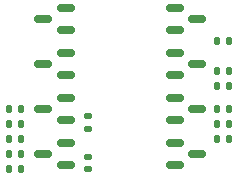
<source format=gbr>
%TF.GenerationSoftware,KiCad,Pcbnew,(6.0.6)*%
%TF.CreationDate,2022-12-26T19:12:46+01:00*%
%TF.ProjectId,ESPkamstrup,4553506b-616d-4737-9472-75702e6b6963,rev?*%
%TF.SameCoordinates,Original*%
%TF.FileFunction,Paste,Top*%
%TF.FilePolarity,Positive*%
%FSLAX46Y46*%
G04 Gerber Fmt 4.6, Leading zero omitted, Abs format (unit mm)*
G04 Created by KiCad (PCBNEW (6.0.6)) date 2022-12-26 19:12:46*
%MOMM*%
%LPD*%
G01*
G04 APERTURE LIST*
G04 Aperture macros list*
%AMRoundRect*
0 Rectangle with rounded corners*
0 $1 Rounding radius*
0 $2 $3 $4 $5 $6 $7 $8 $9 X,Y pos of 4 corners*
0 Add a 4 corners polygon primitive as box body*
4,1,4,$2,$3,$4,$5,$6,$7,$8,$9,$2,$3,0*
0 Add four circle primitives for the rounded corners*
1,1,$1+$1,$2,$3*
1,1,$1+$1,$4,$5*
1,1,$1+$1,$6,$7*
1,1,$1+$1,$8,$9*
0 Add four rect primitives between the rounded corners*
20,1,$1+$1,$2,$3,$4,$5,0*
20,1,$1+$1,$4,$5,$6,$7,0*
20,1,$1+$1,$6,$7,$8,$9,0*
20,1,$1+$1,$8,$9,$2,$3,0*%
G04 Aperture macros list end*
%ADD10RoundRect,0.150000X-0.587500X-0.150000X0.587500X-0.150000X0.587500X0.150000X-0.587500X0.150000X0*%
%ADD11RoundRect,0.150000X0.587500X0.150000X-0.587500X0.150000X-0.587500X-0.150000X0.587500X-0.150000X0*%
%ADD12RoundRect,0.135000X0.135000X0.185000X-0.135000X0.185000X-0.135000X-0.185000X0.135000X-0.185000X0*%
%ADD13RoundRect,0.135000X-0.185000X0.135000X-0.185000X-0.135000X0.185000X-0.135000X0.185000X0.135000X0*%
%ADD14RoundRect,0.135000X0.185000X-0.135000X0.185000X0.135000X-0.185000X0.135000X-0.185000X-0.135000X0*%
G04 APERTURE END LIST*
D10*
%TO.C,Q8*%
X143842500Y-74615000D03*
X143842500Y-76515000D03*
X145717500Y-75565000D03*
%TD*%
D11*
%TO.C,Q3*%
X134590000Y-87945000D03*
X134590000Y-86045000D03*
X132715000Y-86995000D03*
%TD*%
D12*
%TO.C,R2*%
X130810000Y-83185000D03*
X129790000Y-83185000D03*
%TD*%
D11*
%TO.C,Q2*%
X134590000Y-76515000D03*
X134590000Y-74615000D03*
X132715000Y-75565000D03*
%TD*%
D12*
%TO.C,R8*%
X148465000Y-85725000D03*
X147445000Y-85725000D03*
%TD*%
D11*
%TO.C,Q4*%
X134590000Y-84135000D03*
X134590000Y-82235000D03*
X132715000Y-83185000D03*
%TD*%
D13*
%TO.C,R5*%
X136525000Y-87245000D03*
X136525000Y-88265000D03*
%TD*%
D12*
%TO.C,R6*%
X130810000Y-84455000D03*
X129790000Y-84455000D03*
%TD*%
D10*
%TO.C,Q5*%
X143842500Y-86045000D03*
X143842500Y-87945000D03*
X145717500Y-86995000D03*
%TD*%
D11*
%TO.C,Q1*%
X134590000Y-80325000D03*
X134590000Y-78425000D03*
X132715000Y-79375000D03*
%TD*%
D10*
%TO.C,Q7*%
X143842500Y-78425000D03*
X143842500Y-80325000D03*
X145717500Y-79375000D03*
%TD*%
D12*
%TO.C,R12*%
X148465000Y-80010000D03*
X147445000Y-80010000D03*
%TD*%
%TO.C,R3*%
X130810000Y-86995000D03*
X129790000Y-86995000D03*
%TD*%
%TO.C,R10*%
X148465000Y-81280000D03*
X147445000Y-81280000D03*
%TD*%
%TO.C,R9*%
X148465000Y-84455000D03*
X147445000Y-84455000D03*
%TD*%
%TO.C,R13*%
X148465000Y-77470000D03*
X147445000Y-77470000D03*
%TD*%
%TO.C,R7*%
X130810000Y-88265000D03*
X129790000Y-88265000D03*
%TD*%
D10*
%TO.C,Q6*%
X143842500Y-82235000D03*
X143842500Y-84135000D03*
X145717500Y-83185000D03*
%TD*%
D14*
%TO.C,R4*%
X136525000Y-84840000D03*
X136525000Y-83820000D03*
%TD*%
D12*
%TO.C,R11*%
X148465000Y-83185000D03*
X147445000Y-83185000D03*
%TD*%
%TO.C,R1*%
X130810000Y-85725000D03*
X129790000Y-85725000D03*
%TD*%
M02*

</source>
